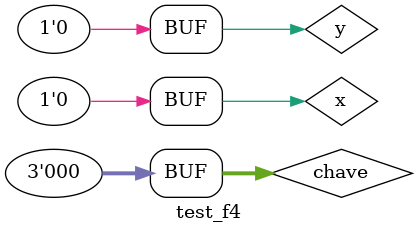
<source format=v>

	
	module f4 (output s, input a, input b, input [2:0] chave);
		wire s_and1;
		wire s_and2;
		wire s_and3;
		wire s_and4;
		wire s_and5;
		wire s_and6;
		wire s_and7;
		wire s_and8;
		wire s_xnor1;
		wire s_xor1;
		wire s_nor1;
		wire s_or1;
		wire s_nand1;
		
		not NOT1(s_not1, a);
		and AND2(s_and2, s_not1, ~chave[0], ~chave[1], ~chave[2]);	
		or OR1(s_or1, a, b);
		and AND3(s_and3, s_or1, chave[0], ~chave[1], ~chave[2]);		
		nor NOR1(s_nor1, a, b);
		and AND4(s_and4, s_nor1, ~chave[0], chave[1], ~chave[2]);	
		and AND1(s_and1, a, b);
		and AND5(s_and5, s_and1, chave[0], chave[1], ~chave[2]);	
		nand NAND1(s_nand1, a, b);
		and AND6(s_and6, s_nand1, ~chave[0], ~chave[1], chave[2]);
		xor XOR1(s_xor1, a, b);
		and AND7(s_and7, s_xor1, chave[0], ~chave[1], chave[2]);	
	 	xnor XNOR1(s_xnor1, a, b);
		and AND8(s_and8, s_xnor1, ~chave[0], chave[1], chave[2]);
		
		or OR2(s, s_and2, s_and3, s_and4, s_and5, s_and6, s_and7, s_and8);
	
	endmodule // f4
	
	module test_f4;
		// --Definir dados
	 	reg x; 
	 	reg y; 
		reg [2:0] chave;
		wire s; 
	 
	f4 modulo (s, x, y, chave);
	
	// --Parte princhaveipal 
	initial begin 
		$display("Exemplo0035 - Roger Rubens Machado - 430533"); 
		$display("Test LU's module"); 
			
	   #1 x = 0; y = 0; chave = 000;
		$monitor("Resultado Chave = %3b\n x = %1b \t y = %1b \t Resultado -> %1b\n", chave, x, y, s);
	
	end
	endmodule // test_f4
</source>
